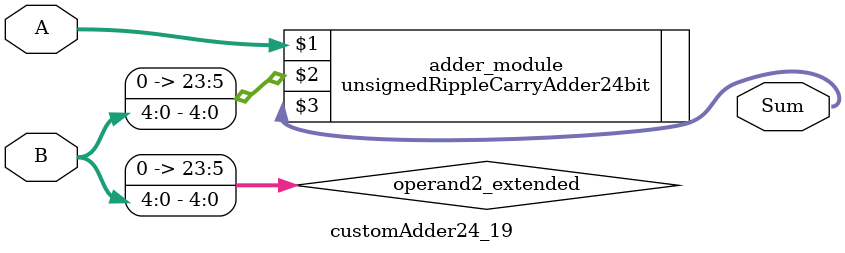
<source format=v>

module customAdder24_19(
                    input [23 : 0] A,
                    input [4 : 0] B,
                    
                    output [24 : 0] Sum
            );

    wire [23 : 0] operand2_extended;
    
    assign operand2_extended =  {19'b0, B};
    
    unsignedRippleCarryAdder24bit adder_module(
        A,
        operand2_extended,
        Sum
    );
    
endmodule
        
</source>
